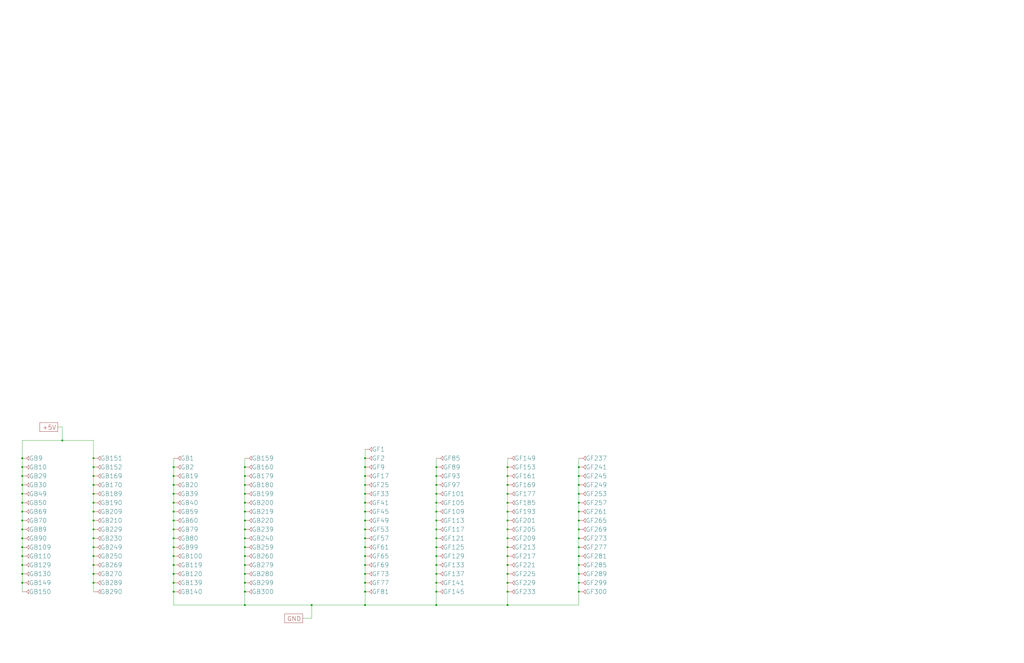
<source format=kicad_sch>
(kicad_sch (version 20221004) (generator eeschema)
  (paper "User" 584.2 378.46)
  (title_block (title "POWER AND GROUND FINGERS\\n& BYPASS CAPACITORS") (date "22-SEP-90") (rev "2.0") (comment 1 "IOC") (comment 2 "232-003061") (comment 3 "S400") (comment 4 "RELEASED"))
  (lib_symbols
    (symbol "r1000:GB" (pin_numbers hide) (pin_names (offset 0) hide)
      (property "Reference" "GB" (at 3.81 0 0))
      (symbol "GB_0_1"
        (polyline (pts (xy 2.54 0) (xy 3.81 1.27) (xy 3.81 -1.27) (xy 2.54 0)) (stroke (width 0.1524)))
      )
      (symbol "GB_1_1"
        (pin bidirectional line (at 0 0 0) (length 2.54) (name "") (number "1"))
      )
    )
    (symbol "r1000:GF" (pin_numbers hide) (pin_names (offset 0) hide)
      (property "Reference" "GF" (at 3.81 0 0))
      (symbol "GF_0_1"
        (polyline (pts (xy 2.54 0) (xy 3.81 1.27) (xy 3.81 -1.27) (xy 2.54 0)) (stroke (width 0.1524)))
      )
      (symbol "GF_1_1"
        (pin bidirectional line (at 0 0 0) (length 2.54) (name "") (number "1"))
      )
    )
  )
  (junction (at 99.06 307.34))
  (junction (at 53.34 292.1))
  (junction (at 289.56 312.42))
  (junction (at 208.28 292.1))
  (junction (at 99.06 281.94))
  (junction (at 139.7 287.02))
  (junction (at 139.7 345.44))
  (junction (at 330.2 287.02))
  (junction (at 53.34 327.66))
  (junction (at 248.92 266.7))
  (junction (at 99.06 292.1))
  (junction (at 330.2 292.1))
  (junction (at 248.92 317.5))
  (junction (at 330.2 281.94))
  (junction (at 53.34 297.18))
  (junction (at 53.34 281.94))
  (junction (at 12.7 327.66))
  (junction (at 99.06 271.78))
  (junction (at 53.34 302.26))
  (junction (at 53.34 271.78))
  (junction (at 289.56 322.58))
  (junction (at 12.7 287.02))
  (junction (at 248.92 276.86))
  (junction (at 208.28 307.34))
  (junction (at 99.06 276.86))
  (junction (at 208.28 297.18))
  (junction (at 289.56 287.02))
  (junction (at 208.28 261.62))
  (junction (at 53.34 276.86))
  (junction (at 208.28 332.74))
  (junction (at 330.2 302.26))
  (junction (at 330.2 312.42))
  (junction (at 99.06 337.82))
  (junction (at 139.7 281.94))
  (junction (at 139.7 276.86))
  (junction (at 139.7 327.66))
  (junction (at 289.56 327.66))
  (junction (at 35.56 251.46))
  (junction (at 53.34 266.7))
  (junction (at 208.28 276.86))
  (junction (at 53.34 312.42))
  (junction (at 289.56 276.86))
  (junction (at 99.06 332.74))
  (junction (at 248.92 327.66))
  (junction (at 12.7 292.1))
  (junction (at 99.06 302.26))
  (junction (at 330.2 271.78))
  (junction (at 99.06 297.18))
  (junction (at 330.2 322.58))
  (junction (at 12.7 307.34))
  (junction (at 208.28 281.94))
  (junction (at 99.06 287.02))
  (junction (at 139.7 312.42))
  (junction (at 208.28 322.58))
  (junction (at 139.7 307.34))
  (junction (at 248.92 337.82))
  (junction (at 330.2 317.5))
  (junction (at 53.34 332.74))
  (junction (at 12.7 322.58))
  (junction (at 248.92 312.42))
  (junction (at 289.56 332.74))
  (junction (at 330.2 307.34))
  (junction (at 12.7 317.5))
  (junction (at 208.28 312.42))
  (junction (at 248.92 302.26))
  (junction (at 248.92 307.34))
  (junction (at 289.56 281.94))
  (junction (at 177.8 345.44))
  (junction (at 248.92 322.58))
  (junction (at 289.56 302.26))
  (junction (at 208.28 337.82))
  (junction (at 139.7 317.5))
  (junction (at 248.92 287.02))
  (junction (at 330.2 332.74))
  (junction (at 12.7 302.26))
  (junction (at 289.56 345.44))
  (junction (at 139.7 322.58))
  (junction (at 208.28 327.66))
  (junction (at 289.56 297.18))
  (junction (at 248.92 345.44))
  (junction (at 248.92 271.78))
  (junction (at 12.7 281.94))
  (junction (at 12.7 332.74))
  (junction (at 208.28 317.5))
  (junction (at 53.34 261.62))
  (junction (at 208.28 271.78))
  (junction (at 139.7 302.26))
  (junction (at 139.7 292.1))
  (junction (at 12.7 271.78))
  (junction (at 12.7 312.42))
  (junction (at 248.92 332.74))
  (junction (at 289.56 307.34))
  (junction (at 53.34 317.5))
  (junction (at 53.34 307.34))
  (junction (at 53.34 322.58))
  (junction (at 208.28 287.02))
  (junction (at 12.7 266.7))
  (junction (at 139.7 271.78))
  (junction (at 248.92 297.18))
  (junction (at 330.2 276.86))
  (junction (at 12.7 261.62))
  (junction (at 139.7 297.18))
  (junction (at 99.06 266.7))
  (junction (at 12.7 276.86))
  (junction (at 330.2 337.82))
  (junction (at 289.56 266.7))
  (junction (at 330.2 297.18))
  (junction (at 99.06 317.5))
  (junction (at 289.56 271.78))
  (junction (at 53.34 287.02))
  (junction (at 139.7 266.7))
  (junction (at 248.92 281.94))
  (junction (at 139.7 332.74))
  (junction (at 99.06 327.66))
  (junction (at 289.56 292.1))
  (junction (at 12.7 297.18))
  (junction (at 330.2 266.7))
  (junction (at 208.28 302.26))
  (junction (at 248.92 292.1))
  (junction (at 208.28 266.7))
  (junction (at 99.06 322.58))
  (junction (at 208.28 345.44))
  (junction (at 330.2 327.66))
  (junction (at 289.56 337.82))
  (junction (at 139.7 337.82))
  (junction (at 99.06 312.42))
  (junction (at 289.56 317.5))
  (wire (pts (xy 177.8 353.06) (xy 177.8 345.44)))
  (wire (pts (xy 99.06 302.26) (xy 99.06 307.34)))
  (wire (pts (xy 53.34 251.46) (xy 53.34 261.62)))
  (wire (pts (xy 208.28 327.66) (xy 208.28 332.74)))
  (wire (pts (xy 99.06 332.74) (xy 99.06 337.82)))
  (wire (pts (xy 289.56 287.02) (xy 289.56 292.1)))
  (wire (pts (xy 99.06 287.02) (xy 99.06 292.1)))
  (wire (pts (xy 289.56 292.1) (xy 289.56 297.18)))
  (wire (pts (xy 330.2 312.42) (xy 330.2 317.5)))
  (wire (pts (xy 139.7 266.7) (xy 139.7 271.78)))
  (wire (pts (xy 99.06 292.1) (xy 99.06 297.18)))
  (wire (pts (xy 248.92 271.78) (xy 248.92 276.86)))
  (wire (pts (xy 208.28 312.42) (xy 208.28 317.5)))
  (wire (pts (xy 12.7 332.74) (xy 12.7 337.82)))
  (wire (pts (xy 248.92 337.82) (xy 248.92 345.44)))
  (wire (pts (xy 289.56 317.5) (xy 289.56 322.58)))
  (wire (pts (xy 208.28 302.26) (xy 208.28 307.34)))
  (wire (pts (xy 139.7 276.86) (xy 139.7 281.94)))
  (wire (pts (xy 53.34 276.86) (xy 53.34 281.94)))
  (wire (pts (xy 330.2 322.58) (xy 330.2 327.66)))
  (wire (pts (xy 289.56 261.62) (xy 289.56 266.7)))
  (wire (pts (xy 12.7 312.42) (xy 12.7 317.5)))
  (wire (pts (xy 53.34 302.26) (xy 53.34 307.34)))
  (wire (pts (xy 53.34 327.66) (xy 53.34 332.74)))
  (wire (pts (xy 248.92 345.44) (xy 289.56 345.44)))
  (wire (pts (xy 248.92 332.74) (xy 248.92 337.82)))
  (wire (pts (xy 248.92 312.42) (xy 248.92 317.5)))
  (wire (pts (xy 289.56 327.66) (xy 289.56 332.74)))
  (wire (pts (xy 139.7 332.74) (xy 139.7 337.82)))
  (wire (pts (xy 99.06 317.5) (xy 99.06 322.58)))
  (wire (pts (xy 330.2 276.86) (xy 330.2 281.94)))
  (wire (pts (xy 208.28 287.02) (xy 208.28 292.1)))
  (wire (pts (xy 248.92 297.18) (xy 248.92 302.26)))
  (wire (pts (xy 330.2 287.02) (xy 330.2 292.1)))
  (wire (pts (xy 12.7 302.26) (xy 12.7 307.34)))
  (wire (pts (xy 139.7 261.62) (xy 139.7 266.7)))
  (wire (pts (xy 330.2 332.74) (xy 330.2 337.82)))
  (wire (pts (xy 53.34 281.94) (xy 53.34 287.02)))
  (wire (pts (xy 248.92 302.26) (xy 248.92 307.34)))
  (wire (pts (xy 12.7 322.58) (xy 12.7 327.66)))
  (wire (pts (xy 139.7 345.44) (xy 177.8 345.44)))
  (wire (pts (xy 12.7 327.66) (xy 12.7 332.74)))
  (wire (pts (xy 248.92 317.5) (xy 248.92 322.58)))
  (wire (pts (xy 99.06 322.58) (xy 99.06 327.66)))
  (wire (pts (xy 330.2 292.1) (xy 330.2 297.18)))
  (wire (pts (xy 99.06 266.7) (xy 99.06 271.78)))
  (wire (pts (xy 330.2 297.18) (xy 330.2 302.26)))
  (wire (pts (xy 35.56 243.84) (xy 35.56 251.46)))
  (wire (pts (xy 289.56 281.94) (xy 289.56 287.02)))
  (wire (pts (xy 208.28 297.18) (xy 208.28 302.26)))
  (wire (pts (xy 289.56 307.34) (xy 289.56 312.42)))
  (wire (pts (xy 99.06 307.34) (xy 99.06 312.42)))
  (wire (pts (xy 33.02 243.84) (xy 35.56 243.84)))
  (wire (pts (xy 139.7 307.34) (xy 139.7 312.42)))
  (wire (pts (xy 12.7 266.7) (xy 12.7 271.78)))
  (wire (pts (xy 330.2 302.26) (xy 330.2 307.34)))
  (wire (pts (xy 289.56 332.74) (xy 289.56 337.82)))
  (wire (pts (xy 248.92 266.7) (xy 248.92 271.78)))
  (wire (pts (xy 208.28 276.86) (xy 208.28 281.94)))
  (wire (pts (xy 139.7 327.66) (xy 139.7 332.74)))
  (wire (pts (xy 53.34 317.5) (xy 53.34 322.58)))
  (wire (pts (xy 12.7 292.1) (xy 12.7 297.18)))
  (wire (pts (xy 99.06 276.86) (xy 99.06 281.94)))
  (wire (pts (xy 177.8 345.44) (xy 208.28 345.44)))
  (wire (pts (xy 330.2 317.5) (xy 330.2 322.58)))
  (wire (pts (xy 12.7 261.62) (xy 12.7 251.46)))
  (wire (pts (xy 330.2 261.62) (xy 330.2 266.7)))
  (wire (pts (xy 208.28 281.94) (xy 208.28 287.02)))
  (wire (pts (xy 139.7 317.5) (xy 139.7 322.58)))
  (wire (pts (xy 99.06 271.78) (xy 99.06 276.86)))
  (wire (pts (xy 12.7 317.5) (xy 12.7 322.58)))
  (wire (pts (xy 248.92 281.94) (xy 248.92 287.02)))
  (wire (pts (xy 208.28 332.74) (xy 208.28 337.82)))
  (wire (pts (xy 330.2 327.66) (xy 330.2 332.74)))
  (wire (pts (xy 139.7 322.58) (xy 139.7 327.66)))
  (wire (pts (xy 35.56 251.46) (xy 53.34 251.46)))
  (wire (pts (xy 12.7 251.46) (xy 35.56 251.46)))
  (wire (pts (xy 139.7 292.1) (xy 139.7 297.18)))
  (wire (pts (xy 53.34 312.42) (xy 53.34 317.5)))
  (wire (pts (xy 53.34 297.18) (xy 53.34 302.26)))
  (wire (pts (xy 139.7 297.18) (xy 139.7 302.26)))
  (wire (pts (xy 53.34 287.02) (xy 53.34 292.1)))
  (wire (pts (xy 208.28 345.44) (xy 248.92 345.44)))
  (wire (pts (xy 139.7 302.26) (xy 139.7 307.34)))
  (wire (pts (xy 208.28 292.1) (xy 208.28 297.18)))
  (wire (pts (xy 99.06 281.94) (xy 99.06 287.02)))
  (wire (pts (xy 208.28 322.58) (xy 208.28 327.66)))
  (wire (pts (xy 12.7 287.02) (xy 12.7 292.1)))
  (wire (pts (xy 248.92 287.02) (xy 248.92 292.1)))
  (wire (pts (xy 289.56 266.7) (xy 289.56 271.78)))
  (wire (pts (xy 330.2 307.34) (xy 330.2 312.42)))
  (wire (pts (xy 248.92 307.34) (xy 248.92 312.42)))
  (wire (pts (xy 289.56 322.58) (xy 289.56 327.66)))
  (wire (pts (xy 172.72 353.06) (xy 177.8 353.06)))
  (wire (pts (xy 330.2 266.7) (xy 330.2 271.78)))
  (wire (pts (xy 289.56 337.82) (xy 289.56 345.44)))
  (wire (pts (xy 12.7 297.18) (xy 12.7 302.26)))
  (wire (pts (xy 139.7 312.42) (xy 139.7 317.5)))
  (wire (pts (xy 139.7 271.78) (xy 139.7 276.86)))
  (wire (pts (xy 289.56 276.86) (xy 289.56 281.94)))
  (wire (pts (xy 330.2 281.94) (xy 330.2 287.02)))
  (wire (pts (xy 248.92 327.66) (xy 248.92 332.74)))
  (wire (pts (xy 99.06 261.62) (xy 99.06 266.7)))
  (wire (pts (xy 248.92 292.1) (xy 248.92 297.18)))
  (wire (pts (xy 53.34 266.7) (xy 53.34 271.78)))
  (wire (pts (xy 248.92 322.58) (xy 248.92 327.66)))
  (wire (pts (xy 330.2 345.44) (xy 330.2 337.82)))
  (wire (pts (xy 208.28 266.7) (xy 208.28 271.78)))
  (wire (pts (xy 99.06 312.42) (xy 99.06 317.5)))
  (wire (pts (xy 12.7 261.62) (xy 12.7 266.7)))
  (wire (pts (xy 289.56 297.18) (xy 289.56 302.26)))
  (wire (pts (xy 289.56 312.42) (xy 289.56 317.5)))
  (wire (pts (xy 139.7 281.94) (xy 139.7 287.02)))
  (wire (pts (xy 208.28 317.5) (xy 208.28 322.58)))
  (wire (pts (xy 12.7 276.86) (xy 12.7 281.94)))
  (wire (pts (xy 289.56 302.26) (xy 289.56 307.34)))
  (wire (pts (xy 53.34 261.62) (xy 53.34 266.7)))
  (wire (pts (xy 248.92 276.86) (xy 248.92 281.94)))
  (wire (pts (xy 208.28 307.34) (xy 208.28 312.42)))
  (wire (pts (xy 289.56 271.78) (xy 289.56 276.86)))
  (wire (pts (xy 139.7 345.44) (xy 99.06 345.44)))
  (wire (pts (xy 12.7 271.78) (xy 12.7 276.86)))
  (wire (pts (xy 12.7 307.34) (xy 12.7 312.42)))
  (wire (pts (xy 248.92 261.62) (xy 248.92 266.7)))
  (wire (pts (xy 53.34 271.78) (xy 53.34 276.86)))
  (wire (pts (xy 53.34 332.74) (xy 53.34 337.82)))
  (wire (pts (xy 99.06 297.18) (xy 99.06 302.26)))
  (wire (pts (xy 53.34 307.34) (xy 53.34 312.42)))
  (wire (pts (xy 330.2 271.78) (xy 330.2 276.86)))
  (wire (pts (xy 208.28 271.78) (xy 208.28 276.86)))
  (wire (pts (xy 208.28 337.82) (xy 208.28 345.44)))
  (wire (pts (xy 53.34 292.1) (xy 53.34 297.18)))
  (wire (pts (xy 53.34 322.58) (xy 53.34 327.66)))
  (wire (pts (xy 139.7 337.82) (xy 139.7 345.44)))
  (wire (pts (xy 139.7 287.02) (xy 139.7 292.1)))
  (wire (pts (xy 99.06 345.44) (xy 99.06 337.82)))
  (wire (pts (xy 289.56 345.44) (xy 330.2 345.44)))
  (wire (pts (xy 208.28 256.54) (xy 208.28 261.62)))
  (wire (pts (xy 12.7 281.94) (xy 12.7 287.02)))
  (wire (pts (xy 208.28 261.62) (xy 208.28 266.7)))
  (wire (pts (xy 99.06 327.66) (xy 99.06 332.74)))
  (global_label "+5V" (shape passive) (at 33.02 243.84 180) (effects (font (size 2.54 2.54))) (property "Intersheet References" "${INTERSHEET_REFS}" (at 20.453 243.6813 0) (effects (font (size 1.905 1.905)) (justify right))))
  (global_label "GND" (shape passive) (at 172.72 353.06 180) (effects (font (size 2.54 2.54))) (property "Intersheet References" "${INTERSHEET_REFS}" (at 160.153 352.9013 0) (effects (font (size 1.905 1.905)) (justify right))))
  (symbol (lib_id "r1000:GF") (at 248.92 276.86 0) (unit 1)
    (property "Reference" "GF97" (at 252.73 276.86 0) (effects (font (size 2.54 2.54)) (justify left)))
    (property "Value" "GF" (effects hide))
  )
  (symbol (lib_id "r1000:GF") (at 248.92 322.58 0) (unit 1)
    (property "Reference" "GF133" (at 252.73 322.58 0) (effects (font (size 2.54 2.54)) (justify left)))
    (property "Value" "GF" (effects hide))
  )
  (symbol (lib_id "r1000:GB") (at 12.7 307.34 0) (unit 1)
    (property "Reference" "GB90" (at 16.51 307.34 0) (effects (font (size 2.54 2.54)) (justify left)))
    (property "Value" "GB" (effects hide))
  )
  (symbol (lib_id "r1000:GF") (at 208.28 256.54 0) (unit 1)
    (property "Reference" "GF1" (at 212.09 256.54 0) (effects (font (size 2.54 2.54)) (justify left)))
    (property "Value" "GF" (effects hide))
  )
  (symbol (lib_id "r1000:GF") (at 248.92 292.1 0) (unit 1)
    (property "Reference" "GF109" (at 252.73 292.1 0) (effects (font (size 2.54 2.54)) (justify left)))
    (property "Value" "GF" (effects hide))
  )
  (symbol (lib_id "r1000:GF") (at 208.28 302.26 0) (unit 1)
    (property "Reference" "GF53" (at 212.09 302.26 0) (effects (font (size 2.54 2.54)) (justify left)))
    (property "Value" "GF" (effects hide))
  )
  (symbol (lib_id "r1000:GF") (at 248.92 261.62 0) (unit 1)
    (property "Reference" "GF85" (at 252.73 261.62 0) (effects (font (size 2.54 2.54)) (justify left)))
    (property "Value" "GF" (effects hide))
  )
  (symbol (lib_id "r1000:GF") (at 248.92 327.66 0) (unit 1)
    (property "Reference" "GF137" (at 252.73 327.66 0) (effects (font (size 2.54 2.54)) (justify left)))
    (property "Value" "GF" (effects hide))
  )
  (symbol (lib_id "r1000:GF") (at 330.2 332.74 0) (unit 1)
    (property "Reference" "GF299" (at 334.01 332.74 0) (effects (font (size 2.54 2.54)) (justify left)))
    (property "Value" "GF" (effects hide))
  )
  (symbol (lib_id "r1000:GB") (at 139.7 276.86 0) (unit 1)
    (property "Reference" "GB180" (at 143.51 276.86 0) (effects (font (size 2.54 2.54)) (justify left)))
    (property "Value" "GB" (effects hide))
  )
  (symbol (lib_id "r1000:GF") (at 330.2 322.58 0) (unit 1)
    (property "Reference" "GF285" (at 334.01 322.58 0) (effects (font (size 2.54 2.54)) (justify left)))
    (property "Value" "GF" (effects hide))
  )
  (symbol (lib_id "r1000:GF") (at 289.56 312.42 0) (unit 1)
    (property "Reference" "GF213" (at 293.37 312.42 0) (effects (font (size 2.54 2.54)) (justify left)))
    (property "Value" "GF" (effects hide))
  )
  (symbol (lib_id "r1000:GF") (at 208.28 322.58 0) (unit 1)
    (property "Reference" "GF69" (at 212.09 322.58 0) (effects (font (size 2.54 2.54)) (justify left)))
    (property "Value" "GF" (effects hide))
  )
  (symbol (lib_id "r1000:GB") (at 12.7 266.7 0) (unit 1)
    (property "Reference" "GB10" (at 16.51 266.7 0) (effects (font (size 2.54 2.54)) (justify left)))
    (property "Value" "GB" (effects hide))
  )
  (symbol (lib_id "r1000:GF") (at 289.56 322.58 0) (unit 1)
    (property "Reference" "GF221" (at 293.37 322.58 0) (effects (font (size 2.54 2.54)) (justify left)))
    (property "Value" "GF" (effects hide))
  )
  (symbol (lib_id "r1000:GF") (at 248.92 312.42 0) (unit 1)
    (property "Reference" "GF125" (at 252.73 312.42 0) (effects (font (size 2.54 2.54)) (justify left)))
    (property "Value" "GF" (effects hide))
  )
  (symbol (lib_id "r1000:GB") (at 53.34 327.66 0) (unit 1)
    (property "Reference" "GB270" (at 57.15 327.66 0) (effects (font (size 2.54 2.54)) (justify left)))
    (property "Value" "GB" (effects hide))
  )
  (symbol (lib_id "r1000:GF") (at 330.2 261.62 0) (unit 1)
    (property "Reference" "GF237" (at 334.01 261.62 0) (effects (font (size 2.54 2.54)) (justify left)))
    (property "Value" "GF" (effects hide))
  )
  (symbol (lib_id "r1000:GF") (at 330.2 317.5 0) (unit 1)
    (property "Reference" "GF281" (at 334.01 317.5 0) (effects (font (size 2.54 2.54)) (justify left)))
    (property "Value" "GF" (effects hide))
  )
  (symbol (lib_id "r1000:GB") (at 99.06 322.58 0) (unit 1)
    (property "Reference" "GB119" (at 102.87 322.58 0) (effects (font (size 2.54 2.54)) (justify left)))
    (property "Value" "GB" (effects hide))
  )
  (symbol (lib_id "r1000:GF") (at 248.92 297.18 0) (unit 1)
    (property "Reference" "GF113" (at 252.73 297.18 0) (effects (font (size 2.54 2.54)) (justify left)))
    (property "Value" "GF" (effects hide))
  )
  (symbol (lib_id "r1000:GF") (at 330.2 281.94 0) (unit 1)
    (property "Reference" "GF253" (at 334.01 281.94 0) (effects (font (size 2.54 2.54)) (justify left)))
    (property "Value" "GF" (effects hide))
  )
  (symbol (lib_id "r1000:GF") (at 289.56 332.74 0) (unit 1)
    (property "Reference" "GF229" (at 293.37 332.74 0) (effects (font (size 2.54 2.54)) (justify left)))
    (property "Value" "GF" (effects hide))
  )
  (symbol (lib_id "r1000:GF") (at 330.2 307.34 0) (unit 1)
    (property "Reference" "GF273" (at 334.01 307.34 0) (effects (font (size 2.54 2.54)) (justify left)))
    (property "Value" "GF" (effects hide))
  )
  (symbol (lib_id "r1000:GB") (at 99.06 307.34 0) (unit 1)
    (property "Reference" "GB80" (at 102.87 307.34 0) (effects (font (size 2.54 2.54)) (justify left)))
    (property "Value" "GB" (effects hide))
  )
  (symbol (lib_id "r1000:GB") (at 12.7 322.58 0) (unit 1)
    (property "Reference" "GB129" (at 16.51 322.58 0) (effects (font (size 2.54 2.54)) (justify left)))
    (property "Value" "GB" (effects hide))
  )
  (symbol (lib_id "r1000:GF") (at 208.28 307.34 0) (unit 1)
    (property "Reference" "GF57" (at 212.09 307.34 0) (effects (font (size 2.54 2.54)) (justify left)))
    (property "Value" "GF" (effects hide))
  )
  (symbol (lib_id "r1000:GB") (at 12.7 302.26 0) (unit 1)
    (property "Reference" "GB89" (at 16.51 302.26 0) (effects (font (size 2.54 2.54)) (justify left)))
    (property "Value" "GB" (effects hide))
  )
  (symbol (lib_id "r1000:GF") (at 289.56 302.26 0) (unit 1)
    (property "Reference" "GF205" (at 293.37 302.26 0) (effects (font (size 2.54 2.54)) (justify left)))
    (property "Value" "GF" (effects hide))
  )
  (symbol (lib_id "r1000:GB") (at 12.7 292.1 0) (unit 1)
    (property "Reference" "GB69" (at 16.51 292.1 0) (effects (font (size 2.54 2.54)) (justify left)))
    (property "Value" "GB" (effects hide))
  )
  (symbol (lib_id "r1000:GB") (at 12.7 276.86 0) (unit 1)
    (property "Reference" "GB30" (at 16.51 276.86 0) (effects (font (size 2.54 2.54)) (justify left)))
    (property "Value" "GB" (effects hide))
  )
  (symbol (lib_id "r1000:GF") (at 208.28 327.66 0) (unit 1)
    (property "Reference" "GF73" (at 212.09 327.66 0) (effects (font (size 2.54 2.54)) (justify left)))
    (property "Value" "GF" (effects hide))
  )
  (symbol (lib_id "r1000:GF") (at 289.56 276.86 0) (unit 1)
    (property "Reference" "GF169" (at 293.37 276.86 0) (effects (font (size 2.54 2.54)) (justify left)))
    (property "Value" "GF" (effects hide))
  )
  (symbol (lib_id "r1000:GF") (at 330.2 287.02 0) (unit 1)
    (property "Reference" "GF257" (at 334.01 287.02 0) (effects (font (size 2.54 2.54)) (justify left)))
    (property "Value" "GF" (effects hide))
  )
  (symbol (lib_id "r1000:GB") (at 139.7 337.82 0) (unit 1)
    (property "Reference" "GB300" (at 143.51 337.82 0) (effects (font (size 2.54 2.54)) (justify left)))
    (property "Value" "GB" (effects hide))
  )
  (symbol (lib_id "r1000:GF") (at 330.2 276.86 0) (unit 1)
    (property "Reference" "GF249" (at 334.01 276.86 0) (effects (font (size 2.54 2.54)) (justify left)))
    (property "Value" "GF" (effects hide))
  )
  (symbol (lib_id "r1000:GB") (at 99.06 266.7 0) (unit 1)
    (property "Reference" "GB2" (at 102.87 266.7 0) (effects (font (size 2.54 2.54)) (justify left)))
    (property "Value" "GB" (effects hide))
  )
  (symbol (lib_id "r1000:GB") (at 99.06 297.18 0) (unit 1)
    (property "Reference" "GB60" (at 102.87 297.18 0) (effects (font (size 2.54 2.54)) (justify left)))
    (property "Value" "GB" (effects hide))
  )
  (symbol (lib_id "r1000:GB") (at 53.34 312.42 0) (unit 1)
    (property "Reference" "GB249" (at 57.15 312.42 0) (effects (font (size 2.54 2.54)) (justify left)))
    (property "Value" "GB" (effects hide))
  )
  (symbol (lib_id "r1000:GB") (at 99.06 332.74 0) (unit 1)
    (property "Reference" "GB139" (at 102.87 332.74 0) (effects (font (size 2.54 2.54)) (justify left)))
    (property "Value" "GB" (effects hide))
  )
  (symbol (lib_id "r1000:GB") (at 99.06 317.5 0) (unit 1)
    (property "Reference" "GB100" (at 102.87 317.5 0) (effects (font (size 2.54 2.54)) (justify left)))
    (property "Value" "GB" (effects hide))
  )
  (symbol (lib_id "r1000:GF") (at 208.28 271.78 0) (unit 1)
    (property "Reference" "GF17" (at 212.09 271.78 0) (effects (font (size 2.54 2.54)) (justify left)))
    (property "Value" "GF" (effects hide))
  )
  (symbol (lib_id "r1000:GB") (at 99.06 327.66 0) (unit 1)
    (property "Reference" "GB120" (at 102.87 327.66 0) (effects (font (size 2.54 2.54)) (justify left)))
    (property "Value" "GB" (effects hide))
  )
  (symbol (lib_id "r1000:GB") (at 139.7 312.42 0) (unit 1)
    (property "Reference" "GB259" (at 143.51 312.42 0) (effects (font (size 2.54 2.54)) (justify left)))
    (property "Value" "GB" (effects hide))
  )
  (symbol (lib_id "r1000:GF") (at 330.2 292.1 0) (unit 1)
    (property "Reference" "GF261" (at 334.01 292.1 0) (effects (font (size 2.54 2.54)) (justify left)))
    (property "Value" "GF" (effects hide))
  )
  (symbol (lib_id "r1000:GF") (at 330.2 271.78 0) (unit 1)
    (property "Reference" "GF245" (at 334.01 271.78 0) (effects (font (size 2.54 2.54)) (justify left)))
    (property "Value" "GF" (effects hide))
  )
  (symbol (lib_id "r1000:GF") (at 330.2 327.66 0) (unit 1)
    (property "Reference" "GF289" (at 334.01 327.66 0) (effects (font (size 2.54 2.54)) (justify left)))
    (property "Value" "GF" (effects hide))
  )
  (symbol (lib_id "r1000:GB") (at 99.06 276.86 0) (unit 1)
    (property "Reference" "GB20" (at 102.87 276.86 0) (effects (font (size 2.54 2.54)) (justify left)))
    (property "Value" "GB" (effects hide))
  )
  (symbol (lib_id "r1000:GF") (at 248.92 281.94 0) (unit 1)
    (property "Reference" "GF101" (at 252.73 281.94 0) (effects (font (size 2.54 2.54)) (justify left)))
    (property "Value" "GF" (effects hide))
  )
  (symbol (lib_id "r1000:GB") (at 139.7 281.94 0) (unit 1)
    (property "Reference" "GB199" (at 143.51 281.94 0) (effects (font (size 2.54 2.54)) (justify left)))
    (property "Value" "GB" (effects hide))
  )
  (symbol (lib_id "r1000:GF") (at 248.92 332.74 0) (unit 1)
    (property "Reference" "GF141" (at 252.73 332.74 0) (effects (font (size 2.54 2.54)) (justify left)))
    (property "Value" "GF" (effects hide))
  )
  (symbol (lib_id "r1000:GB") (at 139.7 327.66 0) (unit 1)
    (property "Reference" "GB280" (at 143.51 327.66 0) (effects (font (size 2.54 2.54)) (justify left)))
    (property "Value" "GB" (effects hide))
  )
  (symbol (lib_id "r1000:GF") (at 289.56 307.34 0) (unit 1)
    (property "Reference" "GF209" (at 293.37 307.34 0) (effects (font (size 2.54 2.54)) (justify left)))
    (property "Value" "GF" (effects hide))
  )
  (symbol (lib_id "r1000:GF") (at 289.56 317.5 0) (unit 1)
    (property "Reference" "GF217" (at 293.37 317.5 0) (effects (font (size 2.54 2.54)) (justify left)))
    (property "Value" "GF" (effects hide))
  )
  (symbol (lib_id "r1000:GB") (at 12.7 337.82 0) (unit 1)
    (property "Reference" "GB150" (at 16.51 337.82 0) (effects (font (size 2.54 2.54)) (justify left)))
    (property "Value" "GB" (effects hide))
  )
  (symbol (lib_id "r1000:GF") (at 248.92 266.7 0) (unit 1)
    (property "Reference" "GF89" (at 252.73 266.7 0) (effects (font (size 2.54 2.54)) (justify left)))
    (property "Value" "GF" (effects hide))
  )
  (symbol (lib_id "r1000:GB") (at 12.7 327.66 0) (unit 1)
    (property "Reference" "GB130" (at 16.51 327.66 0) (effects (font (size 2.54 2.54)) (justify left)))
    (property "Value" "GB" (effects hide))
  )
  (symbol (lib_id "r1000:GB") (at 53.34 287.02 0) (unit 1)
    (property "Reference" "GB190" (at 57.15 287.02 0) (effects (font (size 2.54 2.54)) (justify left)))
    (property "Value" "GB" (effects hide))
  )
  (symbol (lib_id "r1000:GB") (at 99.06 312.42 0) (unit 1)
    (property "Reference" "GB99" (at 102.87 312.42 0) (effects (font (size 2.54 2.54)) (justify left)))
    (property "Value" "GB" (effects hide))
  )
  (symbol (lib_id "r1000:GF") (at 330.2 302.26 0) (unit 1)
    (property "Reference" "GF269" (at 334.01 302.26 0) (effects (font (size 2.54 2.54)) (justify left)))
    (property "Value" "GF" (effects hide))
  )
  (symbol (lib_id "r1000:GB") (at 53.34 266.7 0) (unit 1)
    (property "Reference" "GB152" (at 57.15 266.7 0) (effects (font (size 2.54 2.54)) (justify left)))
    (property "Value" "GB" (effects hide))
  )
  (symbol (lib_id "r1000:GB") (at 53.34 302.26 0) (unit 1)
    (property "Reference" "GB229" (at 57.15 302.26 0) (effects (font (size 2.54 2.54)) (justify left)))
    (property "Value" "GB" (effects hide))
  )
  (symbol (lib_id "r1000:GB") (at 99.06 292.1 0) (unit 1)
    (property "Reference" "GB59" (at 102.87 292.1 0) (effects (font (size 2.54 2.54)) (justify left)))
    (property "Value" "GB" (effects hide))
  )
  (symbol (lib_id "r1000:GF") (at 330.2 297.18 0) (unit 1)
    (property "Reference" "GF265" (at 334.01 297.18 0) (effects (font (size 2.54 2.54)) (justify left)))
    (property "Value" "GF" (effects hide))
  )
  (symbol (lib_id "r1000:GB") (at 12.7 317.5 0) (unit 1)
    (property "Reference" "GB110" (at 16.51 317.5 0) (effects (font (size 2.54 2.54)) (justify left)))
    (property "Value" "GB" (effects hide))
  )
  (symbol (lib_id "r1000:GF") (at 208.28 297.18 0) (unit 1)
    (property "Reference" "GF49" (at 212.09 297.18 0) (effects (font (size 2.54 2.54)) (justify left)))
    (property "Value" "GF" (effects hide))
  )
  (symbol (lib_id "r1000:GB") (at 139.7 322.58 0) (unit 1)
    (property "Reference" "GB279" (at 143.51 322.58 0) (effects (font (size 2.54 2.54)) (justify left)))
    (property "Value" "GB" (effects hide))
  )
  (symbol (lib_id "r1000:GF") (at 289.56 337.82 0) (unit 1)
    (property "Reference" "GF233" (at 293.37 337.82 0) (effects (font (size 2.54 2.54)) (justify left)))
    (property "Value" "GF" (effects hide))
  )
  (symbol (lib_id "r1000:GF") (at 208.28 276.86 0) (unit 1)
    (property "Reference" "GF25" (at 212.09 276.86 0) (effects (font (size 2.54 2.54)) (justify left)))
    (property "Value" "GF" (effects hide))
  )
  (symbol (lib_id "r1000:GF") (at 208.28 292.1 0) (unit 1)
    (property "Reference" "GF45" (at 212.09 292.1 0) (effects (font (size 2.54 2.54)) (justify left)))
    (property "Value" "GF" (effects hide))
  )
  (symbol (lib_id "r1000:GF") (at 289.56 297.18 0) (unit 1)
    (property "Reference" "GF201" (at 293.37 297.18 0) (effects (font (size 2.54 2.54)) (justify left)))
    (property "Value" "GF" (effects hide))
  )
  (symbol (lib_id "r1000:GB") (at 53.34 307.34 0) (unit 1)
    (property "Reference" "GB230" (at 57.15 307.34 0) (effects (font (size 2.54 2.54)) (justify left)))
    (property "Value" "GB" (effects hide))
  )
  (symbol (lib_id "r1000:GF") (at 289.56 266.7 0) (unit 1)
    (property "Reference" "GF153" (at 293.37 266.7 0) (effects (font (size 2.54 2.54)) (justify left)))
    (property "Value" "GF" (effects hide))
  )
  (symbol (lib_id "r1000:GB") (at 12.7 312.42 0) (unit 1)
    (property "Reference" "GB109" (at 16.51 312.42 0) (effects (font (size 2.54 2.54)) (justify left)))
    (property "Value" "GB" (effects hide))
  )
  (symbol (lib_id "r1000:GF") (at 208.28 312.42 0) (unit 1)
    (property "Reference" "GF61" (at 212.09 312.42 0) (effects (font (size 2.54 2.54)) (justify left)))
    (property "Value" "GF" (effects hide))
  )
  (symbol (lib_id "r1000:GB") (at 53.34 332.74 0) (unit 1)
    (property "Reference" "GB289" (at 57.15 332.74 0) (effects (font (size 2.54 2.54)) (justify left)))
    (property "Value" "GB" (effects hide))
  )
  (symbol (lib_id "r1000:GB") (at 53.34 271.78 0) (unit 1)
    (property "Reference" "GB169" (at 57.15 271.78 0) (effects (font (size 2.54 2.54)) (justify left)))
    (property "Value" "GB" (effects hide))
  )
  (symbol (lib_id "r1000:GB") (at 139.7 266.7 0) (unit 1)
    (property "Reference" "GB160" (at 143.51 266.7 0) (effects (font (size 2.54 2.54)) (justify left)))
    (property "Value" "GB" (effects hide))
  )
  (symbol (lib_id "r1000:GB") (at 12.7 281.94 0) (unit 1)
    (property "Reference" "GB49" (at 16.51 281.94 0) (effects (font (size 2.54 2.54)) (justify left)))
    (property "Value" "GB" (effects hide))
  )
  (symbol (lib_id "r1000:GF") (at 208.28 281.94 0) (unit 1)
    (property "Reference" "GF33" (at 212.09 281.94 0) (effects (font (size 2.54 2.54)) (justify left)))
    (property "Value" "GF" (effects hide))
  )
  (symbol (lib_id "r1000:GF") (at 289.56 292.1 0) (unit 1)
    (property "Reference" "GF193" (at 293.37 292.1 0) (effects (font (size 2.54 2.54)) (justify left)))
    (property "Value" "GF" (effects hide))
  )
  (symbol (lib_id "r1000:GB") (at 99.06 337.82 0) (unit 1)
    (property "Reference" "GB140" (at 102.87 337.82 0) (effects (font (size 2.54 2.54)) (justify left)))
    (property "Value" "GB" (effects hide))
  )
  (symbol (lib_id "r1000:GB") (at 99.06 302.26 0) (unit 1)
    (property "Reference" "GB79" (at 102.87 302.26 0) (effects (font (size 2.54 2.54)) (justify left)))
    (property "Value" "GB" (effects hide))
  )
  (symbol (lib_id "r1000:GF") (at 248.92 337.82 0) (unit 1)
    (property "Reference" "GF145" (at 252.73 337.82 0) (effects (font (size 2.54 2.54)) (justify left)))
    (property "Value" "GF" (effects hide))
  )
  (symbol (lib_id "r1000:GF") (at 208.28 287.02 0) (unit 1)
    (property "Reference" "GF41" (at 212.09 287.02 0) (effects (font (size 2.54 2.54)) (justify left)))
    (property "Value" "GF" (effects hide))
  )
  (symbol (lib_id "r1000:GF") (at 330.2 337.82 0) (unit 1)
    (property "Reference" "GF300" (at 334.01 337.82 0) (effects (font (size 2.54 2.54)) (justify left)))
    (property "Value" "GF" (effects hide))
  )
  (symbol (lib_id "r1000:GB") (at 139.7 297.18 0) (unit 1)
    (property "Reference" "GB220" (at 143.51 297.18 0) (effects (font (size 2.54 2.54)) (justify left)))
    (property "Value" "GB" (effects hide))
  )
  (symbol (lib_id "r1000:GF") (at 330.2 312.42 0) (unit 1)
    (property "Reference" "GF277" (at 334.01 312.42 0) (effects (font (size 2.54 2.54)) (justify left)))
    (property "Value" "GF" (effects hide))
  )
  (symbol (lib_id "r1000:GF") (at 248.92 307.34 0) (unit 1)
    (property "Reference" "GF121" (at 252.73 307.34 0) (effects (font (size 2.54 2.54)) (justify left)))
    (property "Value" "GF" (effects hide))
  )
  (symbol (lib_id "r1000:GF") (at 208.28 332.74 0) (unit 1)
    (property "Reference" "GF77" (at 212.09 332.74 0) (effects (font (size 2.54 2.54)) (justify left)))
    (property "Value" "GF" (effects hide))
  )
  (symbol (lib_id "r1000:GB") (at 99.06 281.94 0) (unit 1)
    (property "Reference" "GB39" (at 102.87 281.94 0) (effects (font (size 2.54 2.54)) (justify left)))
    (property "Value" "GB" (effects hide))
  )
  (symbol (lib_id "r1000:GF") (at 289.56 261.62 0) (unit 1)
    (property "Reference" "GF149" (at 293.37 261.62 0) (effects (font (size 2.54 2.54)) (justify left)))
    (property "Value" "GF" (effects hide))
  )
  (symbol (lib_id "r1000:GB") (at 99.06 287.02 0) (unit 1)
    (property "Reference" "GB40" (at 102.87 287.02 0) (effects (font (size 2.54 2.54)) (justify left)))
    (property "Value" "GB" (effects hide))
  )
  (symbol (lib_id "r1000:GB") (at 12.7 261.62 0) (unit 1)
    (property "Reference" "GB9" (at 16.51 261.62 0) (effects (font (size 2.54 2.54)) (justify left)))
    (property "Value" "GB" (effects hide))
  )
  (symbol (lib_id "r1000:GB") (at 99.06 271.78 0) (unit 1)
    (property "Reference" "GB19" (at 102.87 271.78 0) (effects (font (size 2.54 2.54)) (justify left)))
    (property "Value" "GB" (effects hide))
  )
  (symbol (lib_id "r1000:GF") (at 289.56 271.78 0) (unit 1)
    (property "Reference" "GF161" (at 293.37 271.78 0) (effects (font (size 2.54 2.54)) (justify left)))
    (property "Value" "GF" (effects hide))
  )
  (symbol (lib_id "r1000:GB") (at 139.7 292.1 0) (unit 1)
    (property "Reference" "GB219" (at 143.51 292.1 0) (effects (font (size 2.54 2.54)) (justify left)))
    (property "Value" "GB" (effects hide))
  )
  (symbol (lib_id "r1000:GB") (at 12.7 297.18 0) (unit 1)
    (property "Reference" "GB70" (at 16.51 297.18 0) (effects (font (size 2.54 2.54)) (justify left)))
    (property "Value" "GB" (effects hide))
  )
  (symbol (lib_id "r1000:GB") (at 12.7 287.02 0) (unit 1)
    (property "Reference" "GB50" (at 16.51 287.02 0) (effects (font (size 2.54 2.54)) (justify left)))
    (property "Value" "GB" (effects hide))
  )
  (symbol (lib_id "r1000:GF") (at 289.56 327.66 0) (unit 1)
    (property "Reference" "GF225" (at 293.37 327.66 0) (effects (font (size 2.54 2.54)) (justify left)))
    (property "Value" "GF" (effects hide))
  )
  (symbol (lib_id "r1000:GB") (at 53.34 322.58 0) (unit 1)
    (property "Reference" "GB269" (at 57.15 322.58 0) (effects (font (size 2.54 2.54)) (justify left)))
    (property "Value" "GB" (effects hide))
  )
  (symbol (lib_id "r1000:GB") (at 139.7 287.02 0) (unit 1)
    (property "Reference" "GB200" (at 143.51 287.02 0) (effects (font (size 2.54 2.54)) (justify left)))
    (property "Value" "GB" (effects hide))
  )
  (symbol (lib_id "r1000:GB") (at 139.7 332.74 0) (unit 1)
    (property "Reference" "GB299" (at 143.51 332.74 0) (effects (font (size 2.54 2.54)) (justify left)))
    (property "Value" "GB" (effects hide))
  )
  (symbol (lib_id "r1000:GB") (at 99.06 261.62 0) (unit 1)
    (property "Reference" "GB1" (at 102.87 261.62 0) (effects (font (size 2.54 2.54)) (justify left)))
    (property "Value" "GB" (effects hide))
  )
  (symbol (lib_id "r1000:GB") (at 139.7 317.5 0) (unit 1)
    (property "Reference" "GB260" (at 143.51 317.5 0) (effects (font (size 2.54 2.54)) (justify left)))
    (property "Value" "GB" (effects hide))
  )
  (symbol (lib_id "r1000:GF") (at 248.92 287.02 0) (unit 1)
    (property "Reference" "GF105" (at 252.73 287.02 0) (effects (font (size 2.54 2.54)) (justify left)))
    (property "Value" "GF" (effects hide))
  )
  (symbol (lib_id "r1000:GB") (at 12.7 332.74 0) (unit 1)
    (property "Reference" "GB149" (at 16.51 332.74 0) (effects (font (size 2.54 2.54)) (justify left)))
    (property "Value" "GB" (effects hide))
  )
  (symbol (lib_id "r1000:GB") (at 139.7 307.34 0) (unit 1)
    (property "Reference" "GB240" (at 143.51 307.34 0) (effects (font (size 2.54 2.54)) (justify left)))
    (property "Value" "GB" (effects hide))
  )
  (symbol (lib_id "r1000:GB") (at 139.7 302.26 0) (unit 1)
    (property "Reference" "GB239" (at 143.51 302.26 0) (effects (font (size 2.54 2.54)) (justify left)))
    (property "Value" "GB" (effects hide))
  )
  (symbol (lib_id "r1000:GB") (at 53.34 281.94 0) (unit 1)
    (property "Reference" "GB189" (at 57.15 281.94 0) (effects (font (size 2.54 2.54)) (justify left)))
    (property "Value" "GB" (effects hide))
  )
  (symbol (lib_id "r1000:GF") (at 208.28 261.62 0) (unit 1)
    (property "Reference" "GF2" (at 212.09 261.62 0) (effects (font (size 2.54 2.54)) (justify left)))
    (property "Value" "GF" (effects hide))
  )
  (symbol (lib_id "r1000:GB") (at 53.34 292.1 0) (unit 1)
    (property "Reference" "GB209" (at 57.15 292.1 0) (effects (font (size 2.54 2.54)) (justify left)))
    (property "Value" "GB" (effects hide))
  )
  (symbol (lib_id "r1000:GF") (at 208.28 266.7 0) (unit 1)
    (property "Reference" "GF9" (at 212.09 266.7 0) (effects (font (size 2.54 2.54)) (justify left)))
    (property "Value" "GF" (effects hide))
  )
  (symbol (lib_id "r1000:GB") (at 139.7 261.62 0) (unit 1)
    (property "Reference" "GB159" (at 143.51 261.62 0) (effects (font (size 2.54 2.54)) (justify left)))
    (property "Value" "GB" (effects hide))
  )
  (symbol (lib_id "r1000:GB") (at 53.34 297.18 0) (unit 1)
    (property "Reference" "GB210" (at 57.15 297.18 0) (effects (font (size 2.54 2.54)) (justify left)))
    (property "Value" "GB" (effects hide))
  )
  (symbol (lib_id "r1000:GB") (at 53.34 261.62 0) (unit 1)
    (property "Reference" "GB151" (at 57.15 261.62 0) (effects (font (size 2.54 2.54)) (justify left)))
    (property "Value" "GB" (effects hide))
  )
  (symbol (lib_id "r1000:GF") (at 208.28 337.82 0) (unit 1)
    (property "Reference" "GF81" (at 212.09 337.82 0) (effects (font (size 2.54 2.54)) (justify left)))
    (property "Value" "GF" (effects hide))
  )
  (symbol (lib_id "r1000:GF") (at 248.92 271.78 0) (unit 1)
    (property "Reference" "GF93" (at 252.73 271.78 0) (effects (font (size 2.54 2.54)) (justify left)))
    (property "Value" "GF" (effects hide))
  )
  (symbol (lib_id "r1000:GF") (at 289.56 281.94 0) (unit 1)
    (property "Reference" "GF177" (at 293.37 281.94 0) (effects (font (size 2.54 2.54)) (justify left)))
    (property "Value" "GF" (effects hide))
  )
  (symbol (lib_id "r1000:GF") (at 208.28 317.5 0) (unit 1)
    (property "Reference" "GF65" (at 212.09 317.5 0) (effects (font (size 2.54 2.54)) (justify left)))
    (property "Value" "GF" (effects hide))
  )
  (symbol (lib_id "r1000:GF") (at 248.92 317.5 0) (unit 1)
    (property "Reference" "GF129" (at 252.73 317.5 0) (effects (font (size 2.54 2.54)) (justify left)))
    (property "Value" "GF" (effects hide))
  )
  (symbol (lib_id "r1000:GB") (at 53.34 337.82 0) (unit 1)
    (property "Reference" "GB290" (at 57.15 337.82 0) (effects (font (size 2.54 2.54)) (justify left)))
    (property "Value" "GB" (effects hide))
  )
  (symbol (lib_id "r1000:GF") (at 248.92 302.26 0) (unit 1)
    (property "Reference" "GF117" (at 252.73 302.26 0) (effects (font (size 2.54 2.54)) (justify left)))
    (property "Value" "GF" (effects hide))
  )
  (symbol (lib_id "r1000:GB") (at 53.34 276.86 0) (unit 1)
    (property "Reference" "GB170" (at 57.15 276.86 0) (effects (font (size 2.54 2.54)) (justify left)))
    (property "Value" "GB" (effects hide))
  )
  (symbol (lib_id "r1000:GB") (at 12.7 271.78 0) (unit 1)
    (property "Reference" "GB29" (at 16.51 271.78 0) (effects (font (size 2.54 2.54)) (justify left)))
    (property "Value" "GB" (effects hide))
  )
  (symbol (lib_id "r1000:GF") (at 289.56 287.02 0) (unit 1)
    (property "Reference" "GF185" (at 293.37 287.02 0) (effects (font (size 2.54 2.54)) (justify left)))
    (property "Value" "GF" (effects hide))
  )
  (symbol (lib_id "r1000:GF") (at 330.2 266.7 0) (unit 1)
    (property "Reference" "GF241" (at 334.01 266.7 0) (effects (font (size 2.54 2.54)) (justify left)))
    (property "Value" "GF" (effects hide))
  )
  (symbol (lib_id "r1000:GB") (at 139.7 271.78 0) (unit 1)
    (property "Reference" "GB179" (at 143.51 271.78 0) (effects (font (size 2.54 2.54)) (justify left)))
    (property "Value" "GB" (effects hide))
  )
  (symbol (lib_id "r1000:GB") (at 53.34 317.5 0) (unit 1)
    (property "Reference" "GB250" (at 57.15 317.5 0) (effects (font (size 2.54 2.54)) (justify left)))
    (property "Value" "GB" (effects hide))
  )
)
</source>
